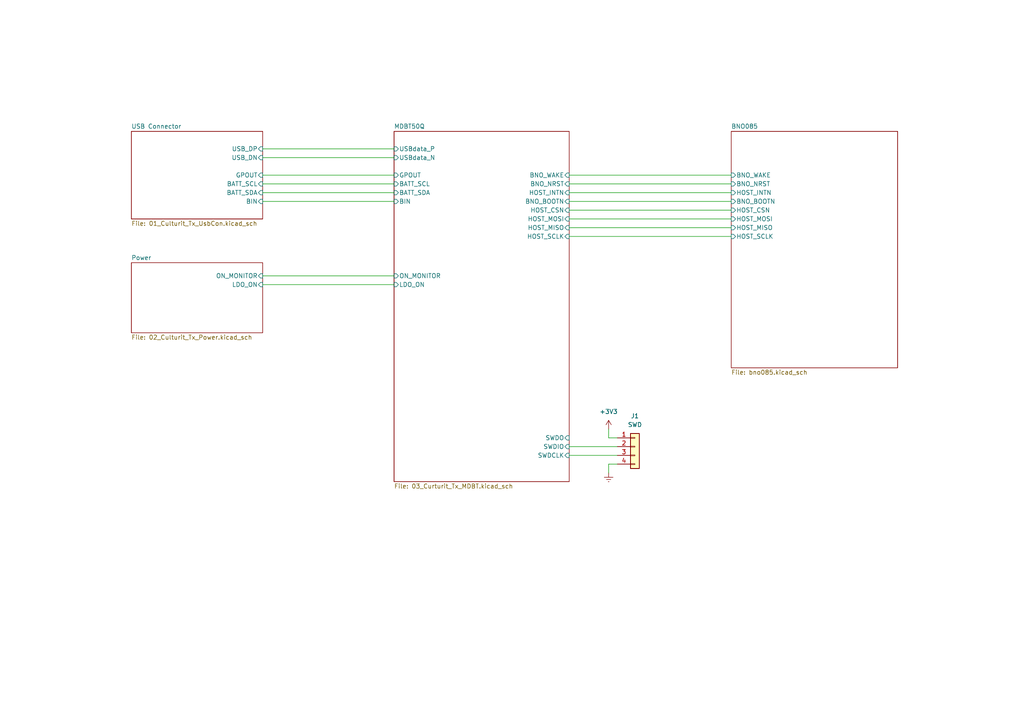
<source format=kicad_sch>
(kicad_sch (version 20211123) (generator eeschema)

  (uuid e63e39d7-6ac0-4ffd-8aa3-1841a4541b55)

  (paper "A4")

  (title_block
    (title "culturit_tx (BNO)")
    (date "2022-09-06")
    (company "donnyunn@gmail.com")
  )

  (lib_symbols
    (symbol "Connector_Generic:Conn_01x04" (pin_names (offset 1.016) hide) (in_bom yes) (on_board yes)
      (property "Reference" "J" (id 0) (at 0 5.08 0)
        (effects (font (size 1.27 1.27)))
      )
      (property "Value" "Conn_01x04" (id 1) (at 0 -7.62 0)
        (effects (font (size 1.27 1.27)))
      )
      (property "Footprint" "" (id 2) (at 0 0 0)
        (effects (font (size 1.27 1.27)) hide)
      )
      (property "Datasheet" "~" (id 3) (at 0 0 0)
        (effects (font (size 1.27 1.27)) hide)
      )
      (property "ki_keywords" "connector" (id 4) (at 0 0 0)
        (effects (font (size 1.27 1.27)) hide)
      )
      (property "ki_description" "Generic connector, single row, 01x04, script generated (kicad-library-utils/schlib/autogen/connector/)" (id 5) (at 0 0 0)
        (effects (font (size 1.27 1.27)) hide)
      )
      (property "ki_fp_filters" "Connector*:*_1x??_*" (id 6) (at 0 0 0)
        (effects (font (size 1.27 1.27)) hide)
      )
      (symbol "Conn_01x04_1_1"
        (rectangle (start -1.27 -4.953) (end 0 -5.207)
          (stroke (width 0.1524) (type default) (color 0 0 0 0))
          (fill (type none))
        )
        (rectangle (start -1.27 -2.413) (end 0 -2.667)
          (stroke (width 0.1524) (type default) (color 0 0 0 0))
          (fill (type none))
        )
        (rectangle (start -1.27 0.127) (end 0 -0.127)
          (stroke (width 0.1524) (type default) (color 0 0 0 0))
          (fill (type none))
        )
        (rectangle (start -1.27 2.667) (end 0 2.413)
          (stroke (width 0.1524) (type default) (color 0 0 0 0))
          (fill (type none))
        )
        (rectangle (start -1.27 3.81) (end 1.27 -6.35)
          (stroke (width 0.254) (type default) (color 0 0 0 0))
          (fill (type background))
        )
        (pin passive line (at -5.08 2.54 0) (length 3.81)
          (name "Pin_1" (effects (font (size 1.27 1.27))))
          (number "1" (effects (font (size 1.27 1.27))))
        )
        (pin passive line (at -5.08 0 0) (length 3.81)
          (name "Pin_2" (effects (font (size 1.27 1.27))))
          (number "2" (effects (font (size 1.27 1.27))))
        )
        (pin passive line (at -5.08 -2.54 0) (length 3.81)
          (name "Pin_3" (effects (font (size 1.27 1.27))))
          (number "3" (effects (font (size 1.27 1.27))))
        )
        (pin passive line (at -5.08 -5.08 0) (length 3.81)
          (name "Pin_4" (effects (font (size 1.27 1.27))))
          (number "4" (effects (font (size 1.27 1.27))))
        )
      )
    )
    (symbol "power:+3V3" (power) (pin_names (offset 0)) (in_bom yes) (on_board yes)
      (property "Reference" "#PWR" (id 0) (at 0 -3.81 0)
        (effects (font (size 1.27 1.27)) hide)
      )
      (property "Value" "+3V3" (id 1) (at 0 3.556 0)
        (effects (font (size 1.27 1.27)))
      )
      (property "Footprint" "" (id 2) (at 0 0 0)
        (effects (font (size 1.27 1.27)) hide)
      )
      (property "Datasheet" "" (id 3) (at 0 0 0)
        (effects (font (size 1.27 1.27)) hide)
      )
      (property "ki_keywords" "power-flag" (id 4) (at 0 0 0)
        (effects (font (size 1.27 1.27)) hide)
      )
      (property "ki_description" "Power symbol creates a global label with name \"+3V3\"" (id 5) (at 0 0 0)
        (effects (font (size 1.27 1.27)) hide)
      )
      (symbol "+3V3_0_1"
        (polyline
          (pts
            (xy -0.762 1.27)
            (xy 0 2.54)
          )
          (stroke (width 0) (type default) (color 0 0 0 0))
          (fill (type none))
        )
        (polyline
          (pts
            (xy 0 0)
            (xy 0 2.54)
          )
          (stroke (width 0) (type default) (color 0 0 0 0))
          (fill (type none))
        )
        (polyline
          (pts
            (xy 0 2.54)
            (xy 0.762 1.27)
          )
          (stroke (width 0) (type default) (color 0 0 0 0))
          (fill (type none))
        )
      )
      (symbol "+3V3_1_1"
        (pin power_in line (at 0 0 90) (length 0) hide
          (name "+3V3" (effects (font (size 1.27 1.27))))
          (number "1" (effects (font (size 1.27 1.27))))
        )
      )
    )
    (symbol "power:Earth" (power) (pin_names (offset 0)) (in_bom yes) (on_board yes)
      (property "Reference" "#PWR" (id 0) (at 0 -6.35 0)
        (effects (font (size 1.27 1.27)) hide)
      )
      (property "Value" "Earth" (id 1) (at 0 -3.81 0)
        (effects (font (size 1.27 1.27)) hide)
      )
      (property "Footprint" "" (id 2) (at 0 0 0)
        (effects (font (size 1.27 1.27)) hide)
      )
      (property "Datasheet" "~" (id 3) (at 0 0 0)
        (effects (font (size 1.27 1.27)) hide)
      )
      (property "ki_keywords" "power-flag ground gnd" (id 4) (at 0 0 0)
        (effects (font (size 1.27 1.27)) hide)
      )
      (property "ki_description" "Power symbol creates a global label with name \"Earth\"" (id 5) (at 0 0 0)
        (effects (font (size 1.27 1.27)) hide)
      )
      (symbol "Earth_0_1"
        (polyline
          (pts
            (xy -0.635 -1.905)
            (xy 0.635 -1.905)
          )
          (stroke (width 0) (type default) (color 0 0 0 0))
          (fill (type none))
        )
        (polyline
          (pts
            (xy -0.127 -2.54)
            (xy 0.127 -2.54)
          )
          (stroke (width 0) (type default) (color 0 0 0 0))
          (fill (type none))
        )
        (polyline
          (pts
            (xy 0 -1.27)
            (xy 0 0)
          )
          (stroke (width 0) (type default) (color 0 0 0 0))
          (fill (type none))
        )
        (polyline
          (pts
            (xy 1.27 -1.27)
            (xy -1.27 -1.27)
          )
          (stroke (width 0) (type default) (color 0 0 0 0))
          (fill (type none))
        )
      )
      (symbol "Earth_1_1"
        (pin power_in line (at 0 0 270) (length 0) hide
          (name "Earth" (effects (font (size 1.27 1.27))))
          (number "1" (effects (font (size 1.27 1.27))))
        )
      )
    )
  )


  (wire (pts (xy 165.1 58.42) (xy 212.09 58.42))
    (stroke (width 0) (type default) (color 0 0 0 0))
    (uuid 1a184a08-b1ea-4d46-806b-64008b438baa)
  )
  (wire (pts (xy 76.2 58.42) (xy 114.3 58.42))
    (stroke (width 0) (type default) (color 0 0 0 0))
    (uuid 1af7435a-0be3-4df0-b797-793b633a9986)
  )
  (wire (pts (xy 165.1 50.8) (xy 212.09 50.8))
    (stroke (width 0) (type default) (color 0 0 0 0))
    (uuid 31d87855-1b45-4567-bf25-5cb63ff09053)
  )
  (wire (pts (xy 165.1 129.54) (xy 179.07 129.54))
    (stroke (width 0) (type default) (color 0 0 0 0))
    (uuid 3e1ffb16-80af-4f3e-9c19-2d8dc7ecb6ec)
  )
  (wire (pts (xy 176.53 127) (xy 179.07 127))
    (stroke (width 0) (type default) (color 0 0 0 0))
    (uuid 3e38038f-8144-4ff1-9a97-0fc6df8dc48b)
  )
  (wire (pts (xy 165.1 68.58) (xy 212.09 68.58))
    (stroke (width 0) (type default) (color 0 0 0 0))
    (uuid 53fa888d-a07d-46c8-8625-99b955d91213)
  )
  (wire (pts (xy 76.2 80.01) (xy 114.3 80.01))
    (stroke (width 0) (type default) (color 0 0 0 0))
    (uuid 5c025e98-e0ac-466c-a4af-ed9028a0b853)
  )
  (wire (pts (xy 76.2 45.72) (xy 114.3 45.72))
    (stroke (width 0) (type default) (color 0 0 0 0))
    (uuid 6122fcb9-d543-4303-bf58-3622df17f477)
  )
  (wire (pts (xy 176.53 134.62) (xy 179.07 134.62))
    (stroke (width 0) (type default) (color 0 0 0 0))
    (uuid 619d63b0-9c83-46f8-ac74-a1af81064986)
  )
  (wire (pts (xy 165.1 63.5) (xy 212.09 63.5))
    (stroke (width 0) (type default) (color 0 0 0 0))
    (uuid 697b8b5a-7575-4714-a980-90fdb6cefa55)
  )
  (wire (pts (xy 165.1 60.96) (xy 212.09 60.96))
    (stroke (width 0) (type default) (color 0 0 0 0))
    (uuid 7922ecca-97fb-498b-aff7-111fcb33ae04)
  )
  (wire (pts (xy 76.2 43.18) (xy 114.3 43.18))
    (stroke (width 0) (type default) (color 0 0 0 0))
    (uuid 917beb68-127a-49a7-8dc2-5163b4c1c684)
  )
  (wire (pts (xy 176.53 137.16) (xy 176.53 134.62))
    (stroke (width 0) (type default) (color 0 0 0 0))
    (uuid 92316913-178d-4e98-9bcc-0c0290fee29d)
  )
  (wire (pts (xy 76.2 53.34) (xy 114.3 53.34))
    (stroke (width 0) (type default) (color 0 0 0 0))
    (uuid a0473071-5223-415b-b946-d5f7fa0286fc)
  )
  (wire (pts (xy 76.2 55.88) (xy 114.3 55.88))
    (stroke (width 0) (type default) (color 0 0 0 0))
    (uuid a34778a4-c19e-48f9-9f5f-7e5085cd74ce)
  )
  (wire (pts (xy 165.1 55.88) (xy 212.09 55.88))
    (stroke (width 0) (type default) (color 0 0 0 0))
    (uuid b1514073-175d-49be-813b-85d58b79e181)
  )
  (wire (pts (xy 165.1 66.04) (xy 212.09 66.04))
    (stroke (width 0) (type default) (color 0 0 0 0))
    (uuid b24bf38a-d52f-4208-bdec-fbb0c2ff7641)
  )
  (wire (pts (xy 176.53 124.46) (xy 176.53 127))
    (stroke (width 0) (type default) (color 0 0 0 0))
    (uuid b9a4f9d9-07e2-4a8a-9f33-2d1e4d9b5b9a)
  )
  (wire (pts (xy 165.1 132.08) (xy 179.07 132.08))
    (stroke (width 0) (type default) (color 0 0 0 0))
    (uuid bc6687b3-7410-4c23-bb5e-01aa24fb3f26)
  )
  (wire (pts (xy 76.2 50.8) (xy 114.3 50.8))
    (stroke (width 0) (type default) (color 0 0 0 0))
    (uuid c5a64580-3989-4cca-815a-fc376c58b677)
  )
  (wire (pts (xy 165.1 53.34) (xy 212.09 53.34))
    (stroke (width 0) (type default) (color 0 0 0 0))
    (uuid da9da075-5f7b-469b-aefd-48012defdd4b)
  )
  (wire (pts (xy 76.2 82.55) (xy 114.3 82.55))
    (stroke (width 0) (type default) (color 0 0 0 0))
    (uuid eeb2aac9-e601-4b9c-b6c3-8b97655c00aa)
  )

  (symbol (lib_id "power:+3V3") (at 176.53 124.46 0) (mirror y) (unit 1)
    (in_bom yes) (on_board yes) (fields_autoplaced)
    (uuid 29fe1fa8-761f-4272-ac6d-2efb632342d4)
    (property "Reference" "#PWR01" (id 0) (at 176.53 128.27 0)
      (effects (font (size 1.27 1.27)) hide)
    )
    (property "Value" "+3V3" (id 1) (at 176.53 119.38 0))
    (property "Footprint" "" (id 2) (at 176.53 124.46 0)
      (effects (font (size 1.27 1.27)) hide)
    )
    (property "Datasheet" "" (id 3) (at 176.53 124.46 0)
      (effects (font (size 1.27 1.27)) hide)
    )
    (pin "1" (uuid 3bdb73f3-fb6d-4f29-b35a-a9dea6a6411f))
  )

  (symbol (lib_id "Connector_Generic:Conn_01x04") (at 184.15 129.54 0) (unit 1)
    (in_bom yes) (on_board yes) (fields_autoplaced)
    (uuid 5c1238b7-e2aa-494e-b35e-8b4315319494)
    (property "Reference" "J1" (id 0) (at 184.15 120.65 0))
    (property "Value" "SWD" (id 1) (at 184.15 123.19 0))
    (property "Footprint" "Local_devices:SWD_port" (id 2) (at 184.15 129.54 0)
      (effects (font (size 1.27 1.27)) hide)
    )
    (property "Datasheet" "~" (id 3) (at 184.15 129.54 0)
      (effects (font (size 1.27 1.27)) hide)
    )
    (pin "1" (uuid e17e062f-6c60-4cae-b74d-d29524500b9d))
    (pin "2" (uuid 23baaee9-89a7-4136-a610-9f2e1772dc60))
    (pin "3" (uuid f6897412-0605-4725-85c6-950dc21b1112))
    (pin "4" (uuid 46824a70-5c2e-4071-810e-958235854090))
  )

  (symbol (lib_id "power:Earth") (at 176.53 137.16 0) (mirror y) (unit 1)
    (in_bom yes) (on_board yes) (fields_autoplaced)
    (uuid bce353ee-6c64-46fa-a60d-084e500f36e6)
    (property "Reference" "#PWR02" (id 0) (at 176.53 143.51 0)
      (effects (font (size 1.27 1.27)) hide)
    )
    (property "Value" "Earth" (id 1) (at 176.53 140.97 0)
      (effects (font (size 1.27 1.27)) hide)
    )
    (property "Footprint" "" (id 2) (at 176.53 137.16 0)
      (effects (font (size 1.27 1.27)) hide)
    )
    (property "Datasheet" "~" (id 3) (at 176.53 137.16 0)
      (effects (font (size 1.27 1.27)) hide)
    )
    (pin "1" (uuid e8c59206-6af3-45cf-a52a-34211c70251f))
  )

  (sheet (at 212.09 38.1) (size 48.26 68.58) (fields_autoplaced)
    (stroke (width 0.1524) (type solid) (color 0 0 0 0))
    (fill (color 0 0 0 0.0000))
    (uuid 3239e741-4b5a-4ced-814a-c8e2e717eeba)
    (property "Sheet name" "BNO085" (id 0) (at 212.09 37.3884 0)
      (effects (font (size 1.27 1.27)) (justify left bottom))
    )
    (property "Sheet file" "bno085.kicad_sch" (id 1) (at 212.09 107.2646 0)
      (effects (font (size 1.27 1.27)) (justify left top))
    )
    (pin "HOST_INTN" input (at 212.09 55.88 180)
      (effects (font (size 1.27 1.27)) (justify left))
      (uuid b85f9b37-76ca-41a1-ad9d-5b89ecc78990)
    )
    (pin "BNO_BOOTN" input (at 212.09 58.42 180)
      (effects (font (size 1.27 1.27)) (justify left))
      (uuid c1859698-9a15-40cb-8103-628ae905444e)
    )
    (pin "BNO_NRST" input (at 212.09 53.34 180)
      (effects (font (size 1.27 1.27)) (justify left))
      (uuid 714a8af2-f1b4-445f-8471-9f374fc8d601)
    )
    (pin "HOST_MISO" input (at 212.09 66.04 180)
      (effects (font (size 1.27 1.27)) (justify left))
      (uuid ffdbacfb-a89a-4cc2-b876-2fab45dc3e59)
    )
    (pin "HOST_SCLK" input (at 212.09 68.58 180)
      (effects (font (size 1.27 1.27)) (justify left))
      (uuid 140deb2a-bcd9-44d6-9baa-27e6eaae926a)
    )
    (pin "HOST_CSN" input (at 212.09 60.96 180)
      (effects (font (size 1.27 1.27)) (justify left))
      (uuid a20aeaba-4261-4d6a-bf28-5abb4265b9d3)
    )
    (pin "HOST_MOSI" input (at 212.09 63.5 180)
      (effects (font (size 1.27 1.27)) (justify left))
      (uuid 34985221-3dec-44f1-8bcd-a698d0c994de)
    )
    (pin "BNO_WAKE" input (at 212.09 50.8 180)
      (effects (font (size 1.27 1.27)) (justify left))
      (uuid 90a643ff-44be-49ae-92b3-841077907492)
    )
  )

  (sheet (at 114.3 38.1) (size 50.8 101.6) (fields_autoplaced)
    (stroke (width 0.1524) (type solid) (color 0 0 0 0))
    (fill (color 0 0 0 0.0000))
    (uuid cc5876ad-d1e1-4601-a6b1-2ecc2cb597c8)
    (property "Sheet name" "MDBT50Q" (id 0) (at 114.3 37.3884 0)
      (effects (font (size 1.27 1.27)) (justify left bottom))
    )
    (property "Sheet file" "03_Curturit_Tx_MDBT.kicad_sch" (id 1) (at 114.3 140.2846 0)
      (effects (font (size 1.27 1.27)) (justify left top))
    )
    (pin "USBdata_P" input (at 114.3 43.18 180)
      (effects (font (size 1.27 1.27)) (justify left))
      (uuid 6e019938-5359-4c1c-8859-22402d3cbda2)
    )
    (pin "USBdata_N" input (at 114.3 45.72 180)
      (effects (font (size 1.27 1.27)) (justify left))
      (uuid 807e526c-518a-4fb5-8180-e380f5634dab)
    )
    (pin "SWDO" input (at 165.1 127 0)
      (effects (font (size 1.27 1.27)) (justify right))
      (uuid f146deba-7445-4629-bee9-4012f3c632b8)
    )
    (pin "SWDIO" input (at 165.1 129.54 0)
      (effects (font (size 1.27 1.27)) (justify right))
      (uuid eaa41cb2-2d69-4e53-8ac5-6ec56ed2d3c7)
    )
    (pin "SWDCLK" input (at 165.1 132.08 0)
      (effects (font (size 1.27 1.27)) (justify right))
      (uuid a640b2f4-2394-4453-9884-23d0b442dee3)
    )
    (pin "ON_MONITOR" input (at 114.3 80.01 180)
      (effects (font (size 1.27 1.27)) (justify left))
      (uuid 0871aa4e-9728-4dfe-8019-57d3309467c7)
    )
    (pin "LDO_ON" input (at 114.3 82.55 180)
      (effects (font (size 1.27 1.27)) (justify left))
      (uuid 534e0a7b-d677-4fb2-85c4-df181139ede2)
    )
    (pin "BNO_BOOTN" input (at 165.1 58.42 0)
      (effects (font (size 1.27 1.27)) (justify right))
      (uuid aef7ccb3-277e-4fb3-869b-3cd7d62d483b)
    )
    (pin "GPOUT" input (at 114.3 50.8 180)
      (effects (font (size 1.27 1.27)) (justify left))
      (uuid 460be765-bbd7-48b4-9d2c-f1204970ef08)
    )
    (pin "BATT_SDA" input (at 114.3 55.88 180)
      (effects (font (size 1.27 1.27)) (justify left))
      (uuid 8246eeeb-3a50-4e5d-a80d-7349b157aefa)
    )
    (pin "BIN" input (at 114.3 58.42 180)
      (effects (font (size 1.27 1.27)) (justify left))
      (uuid d99bac33-ce61-4bc9-9498-8b6ee5ea17ff)
    )
    (pin "BATT_SCL" input (at 114.3 53.34 180)
      (effects (font (size 1.27 1.27)) (justify left))
      (uuid fcc75ee7-9d9c-4113-81a1-0b6f52dae5bf)
    )
    (pin "BNO_WAKE" input (at 165.1 50.8 0)
      (effects (font (size 1.27 1.27)) (justify right))
      (uuid 03a74e6b-28bf-48c9-9fe5-a90b74a0604e)
    )
    (pin "HOST_INTN" input (at 165.1 55.88 0)
      (effects (font (size 1.27 1.27)) (justify right))
      (uuid 3261efe1-9513-4e60-bd46-aaf7fc97fb84)
    )
    (pin "BNO_NRST" input (at 165.1 53.34 0)
      (effects (font (size 1.27 1.27)) (justify right))
      (uuid a6dcf390-78fb-4347-aefd-36600d0d8c47)
    )
    (pin "HOST_CSN" input (at 165.1 60.96 0)
      (effects (font (size 1.27 1.27)) (justify right))
      (uuid d4eef571-25cd-4f68-a9db-51b3432f4328)
    )
    (pin "HOST_MISO" input (at 165.1 66.04 0)
      (effects (font (size 1.27 1.27)) (justify right))
      (uuid c8ed8843-b294-4792-83f7-8b78185a4c29)
    )
    (pin "HOST_SCLK" input (at 165.1 68.58 0)
      (effects (font (size 1.27 1.27)) (justify right))
      (uuid 82cfcdf4-9052-43c3-b4da-3fbff6c90078)
    )
    (pin "HOST_MOSI" input (at 165.1 63.5 0)
      (effects (font (size 1.27 1.27)) (justify right))
      (uuid 3064a471-df02-4552-8b3c-e3e35e54153c)
    )
  )

  (sheet (at 38.1 38.1) (size 38.1 25.4) (fields_autoplaced)
    (stroke (width 0.1524) (type solid) (color 0 0 0 0))
    (fill (color 0 0 0 0.0000))
    (uuid ec86ed94-250f-4411-abc1-430cd40d9990)
    (property "Sheet name" "USB Connector" (id 0) (at 38.1 37.3884 0)
      (effects (font (size 1.27 1.27)) (justify left bottom))
    )
    (property "Sheet file" "01_Culturit_Tx_UsbCon.kicad_sch" (id 1) (at 38.1 64.0846 0)
      (effects (font (size 1.27 1.27)) (justify left top))
    )
    (pin "USB_DP" input (at 76.2 43.18 0)
      (effects (font (size 1.27 1.27)) (justify right))
      (uuid c6b5a85b-c57b-4b52-bbbe-733ce40c13c9)
    )
    (pin "USB_DN" input (at 76.2 45.72 0)
      (effects (font (size 1.27 1.27)) (justify right))
      (uuid af22b180-9b43-4767-8450-371bfa1c4690)
    )
    (pin "GPOUT" input (at 76.2 50.8 0)
      (effects (font (size 1.27 1.27)) (justify right))
      (uuid 2e2c4850-a03e-43c9-905c-601af946d28e)
    )
    (pin "BATT_SCL" input (at 76.2 53.34 0)
      (effects (font (size 1.27 1.27)) (justify right))
      (uuid 19820cbd-f239-43d8-87f3-99a1917384ee)
    )
    (pin "BATT_SDA" input (at 76.2 55.88 0)
      (effects (font (size 1.27 1.27)) (justify right))
      (uuid e2752160-886c-43ed-a0c4-a8f5e2800ad7)
    )
    (pin "BIN" input (at 76.2 58.42 0)
      (effects (font (size 1.27 1.27)) (justify right))
      (uuid 247b364b-9d99-420a-9c15-d1095644cce4)
    )
  )

  (sheet (at 38.1 76.2) (size 38.1 20.32) (fields_autoplaced)
    (stroke (width 0.1524) (type solid) (color 0 0 0 0))
    (fill (color 0 0 0 0.0000))
    (uuid f3f07d98-b780-4b2e-a979-4057042f4915)
    (property "Sheet name" "Power" (id 0) (at 38.1 75.4884 0)
      (effects (font (size 1.27 1.27)) (justify left bottom))
    )
    (property "Sheet file" "02_Culturit_Tx_Power.kicad_sch" (id 1) (at 38.1 97.1046 0)
      (effects (font (size 1.27 1.27)) (justify left top))
    )
    (pin "ON_MONITOR" input (at 76.2 80.01 0)
      (effects (font (size 1.27 1.27)) (justify right))
      (uuid 0610923b-d22b-4b1c-8f67-023f2be5b0e0)
    )
    (pin "LDO_ON" input (at 76.2 82.55 0)
      (effects (font (size 1.27 1.27)) (justify right))
      (uuid d86e9265-d421-4560-8618-36f62b77528f)
    )
  )

  (sheet_instances
    (path "/" (page "1"))
    (path "/ec86ed94-250f-4411-abc1-430cd40d9990" (page "2"))
    (path "/f3f07d98-b780-4b2e-a979-4057042f4915" (page "3"))
    (path "/cc5876ad-d1e1-4601-a6b1-2ecc2cb597c8" (page "4"))
    (path "/3239e741-4b5a-4ced-814a-c8e2e717eeba" (page "5"))
  )

  (symbol_instances
    (path "/29fe1fa8-761f-4272-ac6d-2efb632342d4"
      (reference "#PWR01") (unit 1) (value "+3V3") (footprint "")
    )
    (path "/bce353ee-6c64-46fa-a60d-084e500f36e6"
      (reference "#PWR02") (unit 1) (value "Earth") (footprint "")
    )
    (path "/ec86ed94-250f-4411-abc1-430cd40d9990/2b5aa1a1-523f-4ac7-8753-9c4f28624111"
      (reference "#PWR03") (unit 1) (value "GNDPWR") (footprint "")
    )
    (path "/ec86ed94-250f-4411-abc1-430cd40d9990/dfc8c195-1c4f-4bda-821f-777e77e4f09d"
      (reference "#PWR04") (unit 1) (value "Earth") (footprint "")
    )
    (path "/ec86ed94-250f-4411-abc1-430cd40d9990/e9b8a57f-1f5f-4a5f-b1ce-bcc794e751ce"
      (reference "#PWR05") (unit 1) (value "Earth") (footprint "")
    )
    (path "/ec86ed94-250f-4411-abc1-430cd40d9990/e94f1ed4-3574-4ae3-846f-b81544db9db4"
      (reference "#PWR06") (unit 1) (value "Earth") (footprint "")
    )
    (path "/ec86ed94-250f-4411-abc1-430cd40d9990/9665e7a4-58aa-4b0e-acc4-02acdf14f7fe"
      (reference "#PWR07") (unit 1) (value "VBUS") (footprint "")
    )
    (path "/ec86ed94-250f-4411-abc1-430cd40d9990/28195cfd-6eee-494e-b0cf-5d7f888cf3bb"
      (reference "#PWR08") (unit 1) (value "Earth") (footprint "")
    )
    (path "/cc5876ad-d1e1-4601-a6b1-2ecc2cb597c8/64a3dff1-b977-4829-9590-22166b376eb4"
      (reference "#PWR09") (unit 1) (value "Earth") (footprint "")
    )
    (path "/ec86ed94-250f-4411-abc1-430cd40d9990/851e1f0d-18b1-43be-964d-e8461d75ea9d"
      (reference "#PWR010") (unit 1) (value "Earth") (footprint "")
    )
    (path "/ec86ed94-250f-4411-abc1-430cd40d9990/3c9105c2-bb51-4c8c-99a2-eef25ecd33e4"
      (reference "#PWR011") (unit 1) (value "Earth") (footprint "")
    )
    (path "/ec86ed94-250f-4411-abc1-430cd40d9990/e21e479e-54a5-4954-9dd6-2133e1508078"
      (reference "#PWR012") (unit 1) (value "Earth") (footprint "")
    )
    (path "/ec86ed94-250f-4411-abc1-430cd40d9990/3790c58a-bac4-4ca7-a642-f50b4a0cef94"
      (reference "#PWR013") (unit 1) (value "Earth") (footprint "")
    )
    (path "/f3f07d98-b780-4b2e-a979-4057042f4915/4a4f9228-2f41-4557-8607-f31c098734dd"
      (reference "#PWR014") (unit 1) (value "Earth") (footprint "")
    )
    (path "/f3f07d98-b780-4b2e-a979-4057042f4915/f66155de-d385-4fe5-aa2e-a8c4f0a06208"
      (reference "#PWR015") (unit 1) (value "Earth") (footprint "")
    )
    (path "/f3f07d98-b780-4b2e-a979-4057042f4915/4d4c198d-d25e-4c34-8676-adc7f49f83e1"
      (reference "#PWR016") (unit 1) (value "+3V3") (footprint "")
    )
    (path "/f3f07d98-b780-4b2e-a979-4057042f4915/5c925ca2-d6b1-43e0-832d-6fc92f0d744e"
      (reference "#PWR017") (unit 1) (value "Earth") (footprint "")
    )
    (path "/f3f07d98-b780-4b2e-a979-4057042f4915/991b628a-2621-4ee5-91a1-376c0b950b6d"
      (reference "#PWR018") (unit 1) (value "Earth") (footprint "")
    )
    (path "/f3f07d98-b780-4b2e-a979-4057042f4915/fcaa0254-0b64-48ae-9076-13e485360de7"
      (reference "#PWR019") (unit 1) (value "Earth") (footprint "")
    )
    (path "/f3f07d98-b780-4b2e-a979-4057042f4915/8d2cbeca-98c3-4c5a-80cd-32821493c0ef"
      (reference "#PWR020") (unit 1) (value "Earth") (footprint "")
    )
    (path "/f3f07d98-b780-4b2e-a979-4057042f4915/6291187e-bb02-46a9-a497-b6aecd348135"
      (reference "#PWR021") (unit 1) (value "Earth") (footprint "")
    )
    (path "/f3f07d98-b780-4b2e-a979-4057042f4915/fcf3f7f3-79e8-40e4-82df-9f31d2d385ef"
      (reference "#PWR022") (unit 1) (value "Earth") (footprint "")
    )
    (path "/f3f07d98-b780-4b2e-a979-4057042f4915/2593c59e-ea05-4d0b-b1ad-ad06606716bd"
      (reference "#PWR023") (unit 1) (value "Earth") (footprint "")
    )
    (path "/f3f07d98-b780-4b2e-a979-4057042f4915/3b684ae4-26d3-4209-a5b5-04d0031e9d52"
      (reference "#PWR024") (unit 1) (value "Earth") (footprint "")
    )
    (path "/f3f07d98-b780-4b2e-a979-4057042f4915/3976878f-abf9-4b9b-af43-67889ef04b1c"
      (reference "#PWR025") (unit 1) (value "Earth") (footprint "")
    )
    (path "/f3f07d98-b780-4b2e-a979-4057042f4915/321eaac3-9c1d-45cc-8213-ccaed20382b7"
      (reference "#PWR026") (unit 1) (value "+3V3") (footprint "")
    )
    (path "/f3f07d98-b780-4b2e-a979-4057042f4915/9cba94b1-b779-42e9-8bcb-7d79f731fc0d"
      (reference "#PWR027") (unit 1) (value "Earth") (footprint "")
    )
    (path "/f3f07d98-b780-4b2e-a979-4057042f4915/48f31f51-8be2-4edf-9c8e-98b4b19781a1"
      (reference "#PWR028") (unit 1) (value "+1V8") (footprint "")
    )
    (path "/f3f07d98-b780-4b2e-a979-4057042f4915/1cbd5dde-5363-442e-99d8-bb4cb154ea28"
      (reference "#PWR029") (unit 1) (value "Earth") (footprint "")
    )
    (path "/f3f07d98-b780-4b2e-a979-4057042f4915/77b34948-73ff-4661-80c0-1775b4a9c80d"
      (reference "#PWR030") (unit 1) (value "Earth") (footprint "")
    )
    (path "/cc5876ad-d1e1-4601-a6b1-2ecc2cb597c8/fe514e6a-1f45-4578-9fa7-2ee337a4a26f"
      (reference "#PWR031") (unit 1) (value "+1V8") (footprint "")
    )
    (path "/cc5876ad-d1e1-4601-a6b1-2ecc2cb597c8/265a87c1-c1e7-4e4f-bc95-807dd77207c8"
      (reference "#PWR032") (unit 1) (value "Earth") (footprint "")
    )
    (path "/cc5876ad-d1e1-4601-a6b1-2ecc2cb597c8/e1341a4d-89a3-451f-9240-dd68e2a3b4eb"
      (reference "#PWR033") (unit 1) (value "Earth") (footprint "")
    )
    (path "/cc5876ad-d1e1-4601-a6b1-2ecc2cb597c8/9663bec3-3955-473a-b953-765530e95fef"
      (reference "#PWR034") (unit 1) (value "Earth") (footprint "")
    )
    (path "/cc5876ad-d1e1-4601-a6b1-2ecc2cb597c8/ebebe20c-eec6-4263-9541-d5c390bd4875"
      (reference "#PWR035") (unit 1) (value "+1V8") (footprint "")
    )
    (path "/cc5876ad-d1e1-4601-a6b1-2ecc2cb597c8/8ce8ab5d-d727-4bf8-a6ab-e4fa8484c008"
      (reference "#PWR037") (unit 1) (value "VBUS") (footprint "")
    )
    (path "/cc5876ad-d1e1-4601-a6b1-2ecc2cb597c8/36d04364-b9de-4b3f-96a4-1d6b4a18d12c"
      (reference "#PWR038") (unit 1) (value "Earth") (footprint "")
    )
    (path "/cc5876ad-d1e1-4601-a6b1-2ecc2cb597c8/0449a58f-795a-4023-9003-8f18fff06b7c"
      (reference "#PWR039") (unit 1) (value "Earth") (footprint "")
    )
    (path "/cc5876ad-d1e1-4601-a6b1-2ecc2cb597c8/c3b3a5f2-ed8f-46a7-a136-f3d6b0bdc61a"
      (reference "#PWR040") (unit 1) (value "Earth") (footprint "")
    )
    (path "/cc5876ad-d1e1-4601-a6b1-2ecc2cb597c8/8245a6c4-2bea-4b4c-b988-2130d2ead7d0"
      (reference "#PWR042") (unit 1) (value "Earth") (footprint "")
    )
    (path "/cc5876ad-d1e1-4601-a6b1-2ecc2cb597c8/a24cf183-b318-48c4-b9d7-269fa86ce7d7"
      (reference "#PWR043") (unit 1) (value "+3V3") (footprint "")
    )
    (path "/cc5876ad-d1e1-4601-a6b1-2ecc2cb597c8/917f56fc-c5d9-4117-bbad-99832aee860e"
      (reference "#PWR044") (unit 1) (value "Earth") (footprint "")
    )
    (path "/cc5876ad-d1e1-4601-a6b1-2ecc2cb597c8/b90dc511-0fe6-4d20-b9f2-88469902bb27"
      (reference "#PWR045") (unit 1) (value "+1V8") (footprint "")
    )
    (path "/cc5876ad-d1e1-4601-a6b1-2ecc2cb597c8/76ace861-d81c-42c2-986e-c00645775667"
      (reference "#PWR046") (unit 1) (value "Earth") (footprint "")
    )
    (path "/3239e741-4b5a-4ced-814a-c8e2e717eeba/6fa24cf6-3558-4e7b-b5e9-c0b221042a58"
      (reference "#PWR051") (unit 1) (value "+3V3") (footprint "")
    )
    (path "/3239e741-4b5a-4ced-814a-c8e2e717eeba/a2f553d7-6fab-4e5f-9980-3d30da6e00f2"
      (reference "#PWR052") (unit 1) (value "Earth") (footprint "")
    )
    (path "/3239e741-4b5a-4ced-814a-c8e2e717eeba/185a50fc-15d6-4702-a918-8d30259e52fd"
      (reference "#PWR053") (unit 1) (value "Earth") (footprint "")
    )
    (path "/3239e741-4b5a-4ced-814a-c8e2e717eeba/362ee88c-cb87-46f7-8f17-7db72b89177c"
      (reference "#PWR054") (unit 1) (value "Earth") (footprint "")
    )
    (path "/3239e741-4b5a-4ced-814a-c8e2e717eeba/6ba6642e-92e6-4e79-900c-4e0372d61996"
      (reference "#PWR055") (unit 1) (value "+3V3") (footprint "")
    )
    (path "/ec86ed94-250f-4411-abc1-430cd40d9990/3d4e0618-70a8-466e-9f7a-c4a21e263a26"
      (reference "#PWR0101") (unit 1) (value "VBUS") (footprint "")
    )
    (path "/ec86ed94-250f-4411-abc1-430cd40d9990/fa4b3c7d-cbf2-48c4-88b2-cc1130f6fa55"
      (reference "#PWR0102") (unit 1) (value "+1V8") (footprint "")
    )
    (path "/ec86ed94-250f-4411-abc1-430cd40d9990/c9b7cfb4-376e-44f8-a968-b3432dc95e6d"
      (reference "#PWR0103") (unit 1) (value "+1V8") (footprint "")
    )
    (path "/ec86ed94-250f-4411-abc1-430cd40d9990/6683a9dc-555d-4067-9470-1d5c0e641769"
      (reference "C1") (unit 1) (value "4.7nF/1608") (footprint "Capacitor_SMD:C_0603_1608Metric")
    )
    (path "/ec86ed94-250f-4411-abc1-430cd40d9990/aa5b4bc5-3d6b-4a64-b1b6-44b61f5b31a4"
      (reference "C2") (unit 1) (value "10nF") (footprint "Capacitor_SMD:C_0402_1005Metric")
    )
    (path "/ec86ed94-250f-4411-abc1-430cd40d9990/84f2e808-4e58-4de0-b910-bfca599a9e0b"
      (reference "C3") (unit 1) (value "100nF") (footprint "Capacitor_SMD:C_0402_1005Metric")
    )
    (path "/ec86ed94-250f-4411-abc1-430cd40d9990/925d15e9-be3a-456b-85a6-9c4b421a21b0"
      (reference "C4") (unit 1) (value "100nF") (footprint "Capacitor_SMD:C_0402_1005Metric")
    )
    (path "/ec86ed94-250f-4411-abc1-430cd40d9990/bc41a77f-44c3-4029-8925-5ce202a6ed02"
      (reference "C5") (unit 1) (value "10uF/1608") (footprint "Capacitor_SMD:C_0603_1608Metric")
    )
    (path "/f3f07d98-b780-4b2e-a979-4057042f4915/117f4b83-968a-4704-b460-236cbdfeed2d"
      (reference "C6") (unit 1) (value "10nF") (footprint "Capacitor_SMD:C_0402_1005Metric")
    )
    (path "/f3f07d98-b780-4b2e-a979-4057042f4915/3858878d-c4b4-4968-b0f3-1e995393b1ab"
      (reference "C7") (unit 1) (value "10nF") (footprint "Capacitor_SMD:C_0402_1005Metric")
    )
    (path "/f3f07d98-b780-4b2e-a979-4057042f4915/62bfe1d7-c91c-4042-8202-abae1f31e585"
      (reference "C8") (unit 1) (value "1uF(1608)") (footprint "Capacitor_SMD:C_0603_1608Metric")
    )
    (path "/f3f07d98-b780-4b2e-a979-4057042f4915/68699293-06d2-4791-ab11-db9de481de0e"
      (reference "C9") (unit 1) (value "100nF") (footprint "Capacitor_SMD:C_0402_1005Metric")
    )
    (path "/f3f07d98-b780-4b2e-a979-4057042f4915/2352e971-c172-44e4-89f5-6e22075d5b8a"
      (reference "C10") (unit 1) (value "10nF") (footprint "Capacitor_SMD:C_0402_1005Metric")
    )
    (path "/f3f07d98-b780-4b2e-a979-4057042f4915/f8c86e3a-8d9a-4bf0-af7e-ff009d9c719a"
      (reference "C11") (unit 1) (value "4.7uF/1608") (footprint "Capacitor_SMD:C_0603_1608Metric")
    )
    (path "/f3f07d98-b780-4b2e-a979-4057042f4915/76fb42f0-c2ca-4645-8e50-7aab3671f35d"
      (reference "C12") (unit 1) (value "1uF(1608)") (footprint "Capacitor_SMD:C_0603_1608Metric")
    )
    (path "/f3f07d98-b780-4b2e-a979-4057042f4915/d4983cb1-2194-4729-bfdf-d768661c0d99"
      (reference "C13") (unit 1) (value "22uF/2012") (footprint "Capacitor_SMD:C_0805_2012Metric")
    )
    (path "/cc5876ad-d1e1-4601-a6b1-2ecc2cb597c8/468d7804-3cf9-4408-8db6-bbaf9907b1d6"
      (reference "C14") (unit 1) (value "10uF") (footprint "Capacitor_SMD:C_0603_1608Metric")
    )
    (path "/cc5876ad-d1e1-4601-a6b1-2ecc2cb597c8/13f4a429-0dce-40ec-bfd3-0e5f7b5d0fd3"
      (reference "C15") (unit 1) (value "12pF") (footprint "Capacitor_SMD:C_0402_1005Metric")
    )
    (path "/cc5876ad-d1e1-4601-a6b1-2ecc2cb597c8/03bd3033-bed0-469a-a7b3-322c062fc30b"
      (reference "C16") (unit 1) (value "100nF") (footprint "Capacitor_SMD:C_0402_1005Metric")
    )
    (path "/cc5876ad-d1e1-4601-a6b1-2ecc2cb597c8/ebf5b1d8-f6be-4ebd-8d37-017f06517d7d"
      (reference "C17") (unit 1) (value "12pF") (footprint "Capacitor_SMD:C_0402_1005Metric")
    )
    (path "/3239e741-4b5a-4ced-814a-c8e2e717eeba/ca62fe8d-2298-4051-8051-8274c6ab13f6"
      (reference "C20") (unit 1) (value "100nF") (footprint "Capacitor_SMD:C_0402_1005Metric")
    )
    (path "/ec86ed94-250f-4411-abc1-430cd40d9990/d4f4bd35-b969-4251-9057-212d1361b823"
      (reference "CN1") (unit 1) (value "2.54 X 2P") (footprint "Connector_PinHeader_2.54mm:PinHeader_1x02_P2.54mm_Vertical")
    )
    (path "/f3f07d98-b780-4b2e-a979-4057042f4915/fef75e42-09c7-4485-953b-ef028d088d0e"
      (reference "D1") (unit 1) (value "MMBD4148") (footprint "Local_devices:SOT23")
    )
    (path "/ec86ed94-250f-4411-abc1-430cd40d9990/3c7b59f8-157a-48d0-bcbd-1b5daab963d2"
      (reference "FB1") (unit 1) (value "MMZ1005Y121CT000") (footprint "Inductor_SMD:L_0402_1005Metric")
    )
    (path "/f3f07d98-b780-4b2e-a979-4057042f4915/3e9fae16-d7fb-42c3-aba6-9b15173e5aa1"
      (reference "FB2") (unit 1) (value "MMZ1005Y121CT000") (footprint "Inductor_SMD:L_0402_1005Metric")
    )
    (path "/5c1238b7-e2aa-494e-b35e-8b4315319494"
      (reference "J1") (unit 1) (value "SWD") (footprint "Local_devices:SWD_port")
    )
    (path "/ec86ed94-250f-4411-abc1-430cd40d9990/464199a5-5226-467c-98b4-1521b44fe720"
      (reference "J2") (unit 1) (value "USB4105-GF-A") (footprint "Local_devices:GCT_USB4105-GF-A")
    )
    (path "/f3f07d98-b780-4b2e-a979-4057042f4915/07ee436e-ef79-4678-a8d1-13bfa8fddcaf"
      (reference "L1") (unit 1) (value "1uH/2012") (footprint "Inductor_SMD:L_0805_2012Metric")
    )
    (path "/ec86ed94-250f-4411-abc1-430cd40d9990/f6a46e04-f017-4718-a608-8f8fe24e892b"
      (reference "LED1") (unit 1) (value "APHHS1005SURCK") (footprint "LED_SMD:LED_0402_1005Metric")
    )
    (path "/cc5876ad-d1e1-4601-a6b1-2ecc2cb597c8/b16b9ef4-a69d-4302-9989-550c68f5d2b3"
      (reference "LED2") (unit 1) (value "IN-P32TATRGB") (footprint "Local_devices:INP32TATRGB")
    )
    (path "/f3f07d98-b780-4b2e-a979-4057042f4915/7eab498a-be0f-4f22-8536-fe996ac90f55"
      (reference "Q1") (unit 1) (value "MMBT2222LT1G") (footprint "Local_devices:SOT23")
    )
    (path "/f3f07d98-b780-4b2e-a979-4057042f4915/75689cf3-e1b7-4aa1-8672-1630f048e618"
      (reference "Q2") (unit 1) (value "FDN340P") (footprint "Local_devices:SOT23")
    )
    (path "/f3f07d98-b780-4b2e-a979-4057042f4915/0d6bd594-5b69-407a-bb90-3d11f16fdf66"
      (reference "Q3") (unit 1) (value "MMBT2222LT1G") (footprint "Local_devices:SOT23")
    )
    (path "/ec86ed94-250f-4411-abc1-430cd40d9990/7da91088-fbab-45de-9fdf-cc77b6a21e7c"
      (reference "R1") (unit 1) (value "1M(1608)") (footprint "Resistor_SMD:R_0603_1608Metric")
    )
    (path "/ec86ed94-250f-4411-abc1-430cd40d9990/57e92597-6470-4a42-b336-efc0e8b549c1"
      (reference "R2") (unit 1) (value "22") (footprint "Resistor_SMD:R_0402_1005Metric")
    )
    (path "/ec86ed94-250f-4411-abc1-430cd40d9990/d7b9f1a1-aa50-41e7-a472-4e01295c52c3"
      (reference "R3") (unit 1) (value "22") (footprint "Resistor_SMD:R_0402_1005Metric")
    )
    (path "/ec86ed94-250f-4411-abc1-430cd40d9990/8a8a5455-5895-4374-93be-c42ba590d38f"
      (reference "R4") (unit 1) (value "330") (footprint "Resistor_SMD:R_0402_1005Metric")
    )
    (path "/ec86ed94-250f-4411-abc1-430cd40d9990/1b75e275-3b76-412f-ba71-ea597a6b8784"
      (reference "R5") (unit 1) (value "10k") (footprint "Resistor_SMD:R_0402_1005Metric")
    )
    (path "/ec86ed94-250f-4411-abc1-430cd40d9990/13026dfb-584d-449e-9e1f-89074599bae5"
      (reference "R6") (unit 1) (value "WFCP0402R0100FE66") (footprint "Resistor_SMD:R_0402_1005Metric")
    )
    (path "/ec86ed94-250f-4411-abc1-430cd40d9990/c521040d-b73f-4ccb-b58c-7157990090ea"
      (reference "R7") (unit 1) (value "10k") (footprint "Resistor_SMD:R_0402_1005Metric")
    )
    (path "/ec86ed94-250f-4411-abc1-430cd40d9990/45130cc9-6ce3-4724-ac5b-c056c8bf6565"
      (reference "R8") (unit 1) (value "10k") (footprint "Resistor_SMD:R_0402_1005Metric")
    )
    (path "/ec86ed94-250f-4411-abc1-430cd40d9990/ffe875bd-303a-40bf-b99c-70419859cbbd"
      (reference "R9") (unit 1) (value "10k") (footprint "Resistor_SMD:R_0402_1005Metric")
    )
    (path "/f3f07d98-b780-4b2e-a979-4057042f4915/4fca7d6f-c6a3-4d21-8070-d23275101623"
      (reference "R10") (unit 1) (value "10k") (footprint "Resistor_SMD:R_0402_1005Metric")
    )
    (path "/f3f07d98-b780-4b2e-a979-4057042f4915/214883ef-0401-4fe4-837c-0289d50ca758"
      (reference "R11") (unit 1) (value "20k") (footprint "Resistor_SMD:R_0402_1005Metric")
    )
    (path "/f3f07d98-b780-4b2e-a979-4057042f4915/8a276252-70a7-4a84-b227-8673dc5d2d01"
      (reference "R12") (unit 1) (value "10k") (footprint "Resistor_SMD:R_0402_1005Metric")
    )
    (path "/f3f07d98-b780-4b2e-a979-4057042f4915/979d13ab-26cd-40a8-bbcf-a5ef28dc2db8"
      (reference "R13") (unit 1) (value "20k") (footprint "Resistor_SMD:R_0402_1005Metric")
    )
    (path "/f3f07d98-b780-4b2e-a979-4057042f4915/4626f525-e3fe-4e31-8583-298059b76fb1"
      (reference "R14") (unit 1) (value "100k") (footprint "Resistor_SMD:R_0402_1005Metric")
    )
    (path "/f3f07d98-b780-4b2e-a979-4057042f4915/837043fe-aae4-44d8-bd75-21778e042810"
      (reference "R15") (unit 1) (value "1k") (footprint "Resistor_SMD:R_0402_1005Metric")
    )
    (path "/f3f07d98-b780-4b2e-a979-4057042f4915/4297955f-53b5-49ca-a857-1d604b95e3ca"
      (reference "R16") (unit 1) (value "1k") (footprint "Resistor_SMD:R_0402_1005Metric")
    )
    (path "/f3f07d98-b780-4b2e-a979-4057042f4915/e1ce86c3-3e10-41ba-b8fc-8f089c6a0b0d"
      (reference "R17") (unit 1) (value "100k") (footprint "Resistor_SMD:R_0402_1005Metric")
    )
    (path "/f3f07d98-b780-4b2e-a979-4057042f4915/a37c50e2-891e-4388-a8dd-2f3e4c00e933"
      (reference "R18") (unit 1) (value "1k") (footprint "Resistor_SMD:R_0402_1005Metric")
    )
    (path "/f3f07d98-b780-4b2e-a979-4057042f4915/b0e56e54-9b64-4145-986f-7e7aae3386c2"
      (reference "R19") (unit 1) (value "499k") (footprint "Resistor_SMD:R_0402_1005Metric")
    )
    (path "/f3f07d98-b780-4b2e-a979-4057042f4915/44a3b440-bbbd-4bb5-afa2-bdc2c1f78b31"
      (reference "R20") (unit 1) (value "200k") (footprint "Resistor_SMD:R_0402_1005Metric")
    )
    (path "/f3f07d98-b780-4b2e-a979-4057042f4915/ffc26377-7cc6-4092-87bc-9658fcf99849"
      (reference "R21") (unit 1) (value "100k") (footprint "Resistor_SMD:R_0402_1005Metric")
    )
    (path "/cc5876ad-d1e1-4601-a6b1-2ecc2cb597c8/7293cd7e-9a6e-4772-bfd9-bf55a1cc78e0"
      (reference "R24") (unit 1) (value "10k") (footprint "Resistor_SMD:R_0402_1005Metric")
    )
    (path "/cc5876ad-d1e1-4601-a6b1-2ecc2cb597c8/5963b6c5-f3cb-49fd-ac85-679b8e253913"
      (reference "R25") (unit 1) (value "100") (footprint "Resistor_SMD:R_0402_1005Metric")
    )
    (path "/cc5876ad-d1e1-4601-a6b1-2ecc2cb597c8/24a8f592-8522-457b-b98e-dc202ee7e463"
      (reference "R26") (unit 1) (value "33") (footprint "Resistor_SMD:R_0402_1005Metric")
    )
    (path "/cc5876ad-d1e1-4601-a6b1-2ecc2cb597c8/5b28e053-6dce-45f8-82f7-dd71bcea5090"
      (reference "R27") (unit 1) (value "33") (footprint "Resistor_SMD:R_0402_1005Metric")
    )
    (path "/3239e741-4b5a-4ced-814a-c8e2e717eeba/fb4b4b89-7e17-476e-b47b-80412b47a44f"
      (reference "R28") (unit 1) (value "10k") (footprint "Resistor_SMD:R_0402_1005Metric")
    )
    (path "/3239e741-4b5a-4ced-814a-c8e2e717eeba/70addd95-f8e4-4a5d-aa5f-b159d88e8151"
      (reference "R29") (unit 1) (value "10k") (footprint "Resistor_SMD:R_0402_1005Metric")
    )
    (path "/3239e741-4b5a-4ced-814a-c8e2e717eeba/18065ee2-99d3-42aa-86cb-ec0ff1dd0730"
      (reference "R30") (unit 1) (value "10k") (footprint "Resistor_SMD:R_0402_1005Metric")
    )
    (path "/f3f07d98-b780-4b2e-a979-4057042f4915/9a1aa609-89db-4acb-9b44-be898f41298f"
      (reference "S1") (unit 1) (value "SKSCLDE010") (footprint "Local_devices:SKSCLDE010")
    )
    (path "/cc5876ad-d1e1-4601-a6b1-2ecc2cb597c8/262866ed-31a4-4089-a60f-b327a8954020"
      (reference "S2") (unit 1) (value "SKSCLDE010") (footprint "Local_devices:SKSCLDE010")
    )
    (path "/ec86ed94-250f-4411-abc1-430cd40d9990/bb76d75f-466d-4cf3-8d59-4a8a674c52d1"
      (reference "U1") (unit 1) (value "MAX1555EZK+T") (footprint "Local_devices:SOT95P275X110-5N")
    )
    (path "/ec86ed94-250f-4411-abc1-430cd40d9990/620b3b81-26b4-490a-a09f-2463fc00b79b"
      (reference "U2") (unit 1) (value "BQ27441DRZR-G1A") (footprint "Local_devices:IC_BQ27441DRZR-G1A")
    )
    (path "/f3f07d98-b780-4b2e-a979-4057042f4915/2e92e6c4-0556-4bc5-9141-4a372a2773bf"
      (reference "U3") (unit 1) (value "TPS62A01ADRLR") (footprint "Local_devices:SOTFL50P160X60-6N")
    )
    (path "/f3f07d98-b780-4b2e-a979-4057042f4915/3766af5d-ef36-42ab-b2a8-8719d40baa24"
      (reference "U4") (unit 1) (value "TCR3UG33A,LF") (footprint "Local_devices:BGA4N35P2X2_64X64X33")
    )
    (path "/cc5876ad-d1e1-4601-a6b1-2ecc2cb597c8/47f3411a-9586-4d9c-8491-0d263552cbf9"
      (reference "U5") (unit 1) (value "MDBT50Q-1M") (footprint "Local_devices:MDBT50Q-1M")
    )
    (path "/cc5876ad-d1e1-4601-a6b1-2ecc2cb597c8/7adefd7f-8646-4a16-9ff5-193e4be36f90"
      (reference "U6") (unit 1) (value "W25Q32JWZPIQ") (footprint "Local_devices:SON127P600X500X80-9N-D")
    )
    (path "/3239e741-4b5a-4ced-814a-c8e2e717eeba/16490ab6-a8cc-429e-b52a-a1aa84365b4f"
      (reference "U7") (unit 1) (value "BNO055") (footprint "Package_LGA:LGA-28_5.2x3.8mm_P0.5mm")
    )
    (path "/cc5876ad-d1e1-4601-a6b1-2ecc2cb597c8/692fb2df-da4a-4636-9f4c-0ec40280ec5c"
      (reference "Y1") (unit 1) (value "32.768kHz") (footprint "Crystal:Crystal_SMD_2012-2Pin_2.0x1.2mm")
    )
  )
)

</source>
